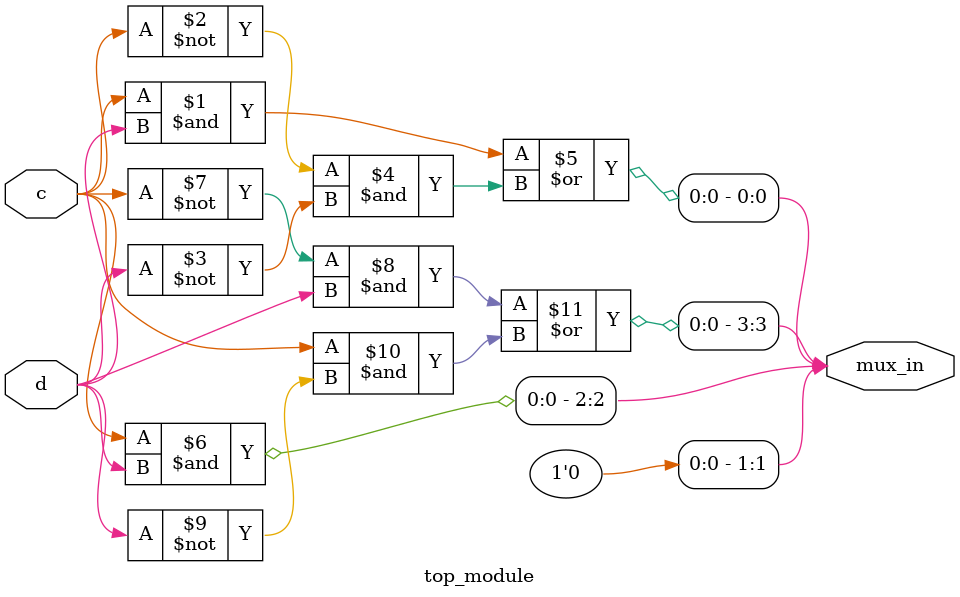
<source format=sv>
module top_module (
    input c,
    input d,
    output [3:0] mux_in
);

    // Assign values to mux_in based on the Karnaugh map
    assign mux_in[0] = (c & d) | (~c & ~d); // ab = 00
    assign mux_in[1] = 0;                   // ab = 01
    assign mux_in[2] = (c & d);             // ab = 11
    assign mux_in[3] = (~c & d) | (c & ~d); // ab = 10

endmodule

</source>
